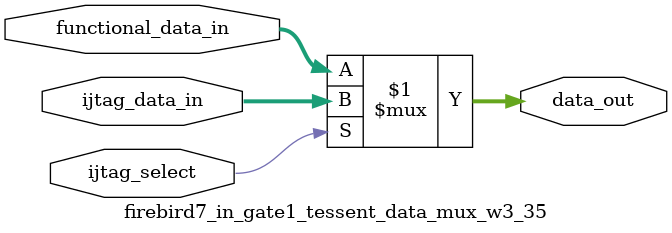
<source format=sv>

module firebird7_in_gate1_tessent_data_mux_w3_35 (
  input wire ijtag_select,
  input wire [2:0]  functional_data_in,
  input wire [2:0]  ijtag_data_in,
  output wire [2:0] data_out
);
assign data_out = (ijtag_select) ? ijtag_data_in : functional_data_in;
endmodule

</source>
